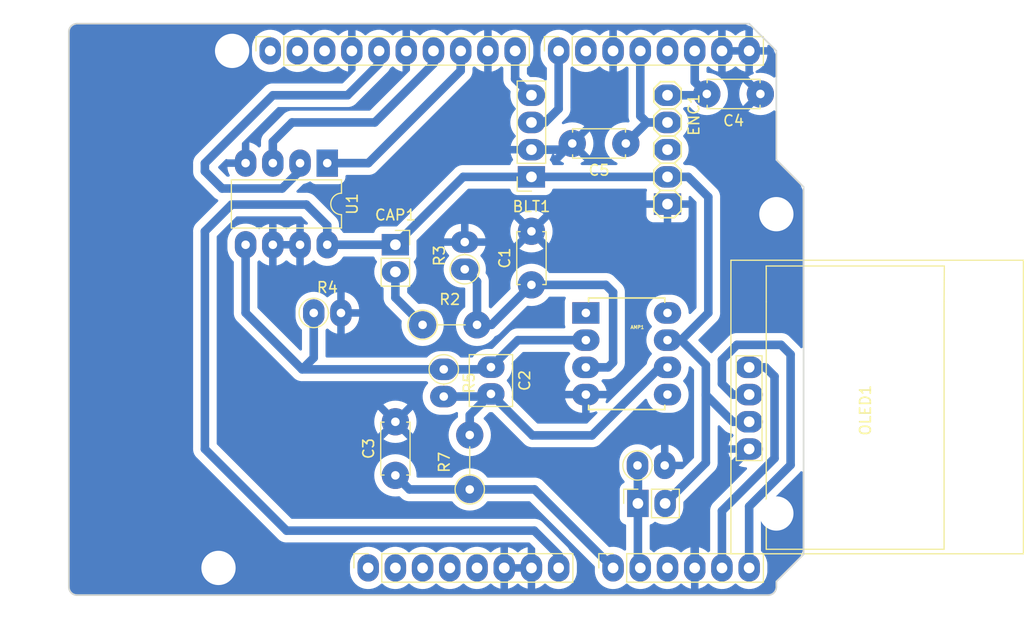
<source format=kicad_pcb>
(kicad_pcb (version 20221018) (generator pcbnew)
  (title_block (date "mar. 31 mars 2015"))
  (layers (0 "F.Cu" signal) (31 "B.Cu" signal) (34 "B.Paste" user) (35 "F.Paste" user) (36 "B.SilkS" user "B.Silkscreen") (37 "F.SilkS" user "F.Silkscreen") (38 "B.Mask" user) (39 "F.Mask" user) (44 "Edge.Cuts" user))
  (net 0 "")
  (net 1 "GND")
  (net 3 "+5V")
  (net 4 "/IOREF")
  (net 5 "/A0")
  (net 6 "/A1")
  (net 7 "/A2")
  (net 9 "/SDA{slash}A4")
  (net 10 "/SCL{slash}A5")
  (net 11 "/SCL{slash}A7")
  (net 12 "/AREF")
  (net 13 "/SDA{slash}A6")
  (net 14 "/D13")
  (net 15 "/D*11")
  (net 16 "/D*10")
  (net 17 "/D8")
  (net 18 "/D7")
  (net 20 "/D4")
  (net 21 "+3V3")
  (net 22 "VCC")
  (net 23 "/~{RESET}")
  (net 24 "/D2")
  (net 26 "Net-(AMP1-+IN)")
  (net 28 "Net-(AMP1-OUT)")
  (net 31 "Net-(CAP1-OUT)")
  (net 32 "/R2IN")
  (footprint "Connector_PinSocket_2.54mm:PinSocket_1x08_P2.54mm_Vertical" (layer "F.Cu") (at 127.94 97.46 90)
    (fp_text reference "J1" hide)
    (fp_text value "Power")
    (fp_line (start -1.33 1.27) (end -1.33 19.11) (stroke (width 0.12)) (layer "F.SilkS"))
    (fp_line (start -1.33 1.27) (end 1.33 1.27) (stroke (width 0.12)) (layer "F.SilkS"))
    (fp_line (start -1.33 19.11) (end 1.33 19.11) (stroke (width 0.12)) (layer "F.SilkS"))
    (fp_line (start 0 -1.33) (end 1.33 -1.33) (stroke (width 0.12)) (layer "F.SilkS"))
    (fp_line (start 1.33 -1.33) (end 1.33 0) (stroke (width 0.12)) (layer "F.SilkS"))
    (fp_line (start 1.33 1.27) (end 1.33 19.11) (stroke (width 0.12)) (layer "F.SilkS"))
    (pad "1" thru_hole oval locked (at 0 0 90) (size 2.54 2) (drill 1) (layers "*.Cu" "*.Mask"))
    (pad "2" thru_hole oval locked (at 0 2.54 90) (size 2.54 2) (drill 1) (layers "*.Cu" "*.Mask") (net 4 "/IOREF"))
    (pad "3" thru_hole oval locked (at 0 5.08 90) (size 2.54 2) (drill 1) (layers "*.Cu" "*.Mask") (net 23 "/~{RESET}"))
    (pad "4" thru_hole oval locked (at 0 7.62 90) (size 2.54 2) (drill 1) (layers "*.Cu" "*.Mask") (net 21 "+3V3"))
    (pad "5" thru_hole oval locked (at 0 10.16 90) (size 2.54 2) (drill 1) (layers "*.Cu" "*.Mask") (net 3 "+5V"))
    (pad "6" thru_hole oval locked (at 0 12.7 90) (size 2.54 2) (drill 1) (layers "*.Cu" "*.Mask") (net 1 "GND"))
    (pad "7" thru_hole oval locked (at 0 15.24 90) (size 2.54 2) (drill 1) (layers "*.Cu" "*.Mask") (net 1 "GND"))
    (pad "8" thru_hole oval locked (at 0 17.78 90) (size 2.54 2) (drill 1) (layers "*.Cu" "*.Mask") (net 22 "VCC"))
  )
  (footprint "Connector_PinSocket_2.54mm:PinSocket_1x06_P2.54mm_Vertical" (layer "F.Cu") (at 150.8 97.46 90)
    (fp_text reference "J3" hide)
    (fp_text value "Analog")
    (fp_line (start -1.33 1.27) (end -1.33 14.03) (stroke (width 0.12)) (layer "F.SilkS"))
    (fp_line (start -1.33 1.27) (end 1.33 1.27) (stroke (width 0.12)) (layer "F.SilkS"))
    (fp_line (start -1.33 14.03) (end 1.33 14.03) (stroke (width 0.12)) (layer "F.SilkS"))
    (fp_line (start 0 -1.33) (end 1.33 -1.33) (stroke (width 0.12)) (layer "F.SilkS"))
    (fp_line (start 1.33 -1.33) (end 1.33 0) (stroke (width 0.12)) (layer "F.SilkS"))
    (fp_line (start 1.33 1.27) (end 1.33 14.03) (stroke (width 0.12)) (layer "F.SilkS"))
    (pad "1" thru_hole oval locked (at 0 0 90) (size 2.54 2) (drill 1) (layers "*.Cu" "*.Mask") (net 5 "/A0"))
    (pad "2" thru_hole oval locked (at 0 2.54 90) (size 2.54 2) (drill 1) (layers "*.Cu" "*.Mask") (net 6 "/A1"))
    (pad "3" thru_hole oval locked (at 0 5.08 90) (size 2.54 2) (drill 1) (layers "*.Cu" "*.Mask") (net 7 "/A2"))
    (pad "4" thru_hole oval locked (at 0 7.62 90) (size 2.54 2) (drill 1) (layers "*.Cu" "*.Mask") (net 1 "GND"))
    (pad "5" thru_hole oval locked (at 0 10.16 90) (size 2.54 2) (drill 1) (layers "*.Cu" "*.Mask") (net 9 "/SDA{slash}A4"))
    (pad "6" thru_hole oval locked (at 0 12.7 90) (size 2.54 2) (drill 1) (layers "*.Cu" "*.Mask") (net 10 "/SCL{slash}A5"))
  )
  (footprint "Connector_PinSocket_2.54mm:PinSocket_1x10_P2.54mm_Vertical" (layer "F.Cu") (at 118.796 49.2 90)
    (fp_text reference "J2" hide)
    (fp_text value "Digital/PWM")
    (fp_line (start -1.33 1.27) (end -1.33 24.19) (stroke (width 0.12)) (layer "F.SilkS"))
    (fp_line (start -1.33 1.27) (end 1.33 1.27) (stroke (width 0.12)) (layer "F.SilkS"))
    (fp_line (start -1.33 24.19) (end 1.33 24.19) (stroke (width 0.12)) (layer "F.SilkS"))
    (fp_line (start 0 -1.33) (end 1.33 -1.33) (stroke (width 0.12)) (layer "F.SilkS"))
    (fp_line (start 1.33 -1.33) (end 1.33 0) (stroke (width 0.12)) (layer "F.SilkS"))
    (fp_line (start 1.33 1.27) (end 1.33 24.19) (stroke (width 0.12)) (layer "F.SilkS"))
    (pad "1" thru_hole oval locked (at 0 0 90) (size 2.54 2) (drill 1) (layers "*.Cu" "*.Mask") (net 11 "/SCL{slash}A7"))
    (pad "2" thru_hole oval locked (at 0 2.54 90) (size 2.54 2) (drill 1) (layers "*.Cu" "*.Mask") (net 13 "/SDA{slash}A6"))
    (pad "3" thru_hole oval locked (at 0 5.08 90) (size 2.54 2) (drill 1) (layers "*.Cu" "*.Mask") (net 12 "/AREF"))
    (pad "4" thru_hole oval locked (at 0 7.62 90) (size 2.54 2) (drill 1) (layers "*.Cu" "*.Mask") (net 1 "GND"))
    (pad "5" thru_hole oval locked (at 0 10.16 90) (size 2.54 2) (drill 1) (layers "*.Cu" "*.Mask") (net 14 "/D13"))
    (pad "6" thru_hole oval locked (at 0 12.7 90) (size 2.54 2) (drill 1) (layers "*.Cu" "*.Mask") (net 1 "GND"))
    (pad "7" thru_hole oval locked (at 0 15.24 90) (size 2.54 2) (drill 1) (layers "*.Cu" "*.Mask") (net 15 "/D*11"))
    (pad "8" thru_hole oval locked (at 0 17.78 90) (size 2.54 2) (drill 1) (layers "*.Cu" "*.Mask") (net 16 "/D*10"))
    (pad "9" thru_hole oval locked (at 0 20.32 90) (size 2.54 2) (drill 1) (layers "*.Cu" "*.Mask") (net 1 "GND"))
    (pad "10" thru_hole oval locked (at 0 22.86 90) (size 2.54 2) (drill 1) (layers "*.Cu" "*.Mask") (net 17 "/D8"))
  )
  (footprint "Connector_PinSocket_2.54mm:PinSocket_1x08_P2.54mm_Vertical" (layer "F.Cu") (at 145.72 49.2 90)
    (fp_text reference "J4" hide)
    (fp_text value "Digital/PWM")
    (fp_line (start -1.33 1.27) (end -1.33 19.11) (stroke (width 0.12)) (layer "F.SilkS"))
    (fp_line (start -1.33 1.27) (end 1.33 1.27) (stroke (width 0.12)) (layer "F.SilkS"))
    (fp_line (start -1.33 19.11) (end 1.33 19.11) (stroke (width 0.12)) (layer "F.SilkS"))
    (fp_line (start 0 -1.33) (end 1.33 -1.33) (stroke (width 0.12)) (layer "F.SilkS"))
    (fp_line (start 1.33 -1.33) (end 1.33 0) (stroke (width 0.12)) (layer "F.SilkS"))
    (fp_line (start 1.33 1.27) (end 1.33 19.11) (stroke (width 0.12)) (layer "F.SilkS"))
    (pad "1" thru_hole oval locked (at 0 0 90) (size 2.54 2) (drill 1) (layers "*.Cu" "*.Mask") (net 18 "/D7"))
    (pad "2" thru_hole oval locked (at 0 2.54 90) (size 2.54 2) (drill 1) (layers "*.Cu" "*.Mask"))
    (pad "3" thru_hole oval locked (at 0 5.08 90) (size 2.54 2) (drill 1) (layers "*.Cu" "*.Mask") (net 1 "GND"))
    (pad "4" thru_hole oval locked (at 0 7.62 90) (size 2.54 2) (drill 1) (layers "*.Cu" "*.Mask") (net 20 "/D4"))
    (pad "5" thru_hole oval locked (at 0 10.16 90) (size 2.54 2) (drill 1) (layers "*.Cu" "*.Mask"))
    (pad "6" thru_hole oval locked (at 0 12.7 90) (size 2.54 2) (drill 1) (layers "*.Cu" "*.Mask") (net 24 "/D2"))
    (pad "7" thru_hole oval locked (at 0 15.24 90) (size 2.54 2) (drill 1) (layers "*.Cu" "*.Mask") (net 1 "GND"))
    (pad "8" thru_hole oval locked (at 0 17.78 90) (size 2.54 2) (drill 1) (layers "*.Cu" "*.Mask") (net 1 "GND"))
  )
  (footprint "Resistor_THT:R_Axial_DIN0207_L6.3mm_D2.5mm_P2.54mm_Vertical" (layer "F.Cu") (at 134.995405 78.924052 -90)
    (fp_text reference "R5" (at 1.27 -2.37 90) (layer "F.SilkS"))
    (fp_text value "R")
    (fp_line (start 1.37 0) (end 1.44 0) (stroke (width 0.12)) (layer "F.SilkS"))
    (fp_circle (center 0 0) (end 1.37 0) (stroke (width 0.12)) (fill none) (layer "F.SilkS"))
    (pad "1" thru_hole oval (at 0 0 270) (size 2 2.54) (drill 0.8) (layers "*.Cu" "*.Mask") (net 32 "/R2IN"))
    (pad "2" thru_hole oval (at 2.54 0 270) (size 2 2.54) (drill 0.8) (layers "*.Cu" "*.Mask") (net 28 "Net-(AMP1-OUT)"))
  )
  (footprint "Capacitor_THT:C_Disc_D4.7mm_W2.5mm_P5.00mm" (layer "F.Cu") (at 143.18 71.04 90)
    (fp_text reference "C1" (at 2.5 -2.5 90) (layer "F.SilkS"))
    (fp_text value "C")
    (fp_line (start 0.03 -1.37) (end 0.03 -1.055) (stroke (width 0.12)) (layer "F.SilkS"))
    (fp_line (start 0.03 -1.37) (end 4.97 -1.37) (stroke (width 0.12)) (layer "F.SilkS"))
    (fp_line (start 0.03 1.055) (end 0.03 1.37) (stroke (width 0.12)) (layer "F.SilkS"))
    (fp_line (start 0.03 1.37) (end 4.97 1.37) (stroke (width 0.12)) (layer "F.SilkS"))
    (fp_line (start 4.97 -1.37) (end 4.97 -1.055) (stroke (width 0.12)) (layer "F.SilkS"))
    (fp_line (start 4.97 1.055) (end 4.97 1.37) (stroke (width 0.12)) (layer "F.SilkS"))
    (pad "1" thru_hole circle (at 0 0 90) (size 2.54 2.54) (drill 0.8) (layers "*.Cu" "*.Mask") (net 26 "Net-(AMP1-+IN)"))
    (pad "2" thru_hole circle (at 5 0 90) (size 2.54 2.54) (drill 0.8) (layers "*.Cu" "*.Mask") (net 1 "GND"))
  )
  (footprint "Connector_PinSocket_2.54mm:PinSocket_1x02_P2.54mm_Vertical" (layer "F.Cu") (at 130.48 67.29)
    (fp_text reference "CAP1" (at 0 -2.77) (layer "F.SilkS"))
    (fp_text value "Capteur Graphite" hide)
    (fp_line (start -1.33 1.27) (end -1.33 3.87) (stroke (width 0.12)) (layer "F.SilkS"))
    (fp_line (start -1.33 1.27) (end 1.33 1.27) (stroke (width 0.12)) (layer "F.SilkS"))
    (fp_line (start -1.33 3.87) (end 1.33 3.87) (stroke (width 0.12)) (layer "F.SilkS"))
    (fp_line (start 0 -1.33) (end 1.33 -1.33) (stroke (width 0.12)) (layer "F.SilkS"))
    (fp_line (start 1.33 -1.33) (end 1.33 0) (stroke (width 0.12)) (layer "F.SilkS"))
    (fp_line (start 1.33 1.27) (end 1.33 3.87) (stroke (width 0.12)) (layer "F.SilkS"))
    (pad "1" thru_hole rect (at 0 0) (size 2.54 2) (drill 1) (layers "*.Cu" "*.Mask") (net 22 "VCC"))
    (pad "2" thru_hole oval (at 0 2.54) (size 2.54 2) (drill 1) (layers "*.Cu" "*.Mask") (net 31 "Net-(CAP1-OUT)"))
  )
  (footprint "Resistor_THT:R_Axial_DIN0207_L6.3mm_D2.5mm_P2.54mm_Vertical" (layer "F.Cu") (at 122.86 73.66)
    (fp_text reference "R4" (at 1.27 -2.37) (layer "F.SilkS"))
    (fp_text value "R")
    (fp_line (start 1.37 0) (end 1.44 0) (stroke (width 0.12)) (layer "F.SilkS"))
    (fp_circle (center 0 0) (end 1.37 0) (stroke (width 0.12)) (fill none) (layer "F.SilkS"))
    (pad "1" thru_hole oval (at 0 0) (size 2 2.54) (drill 0.8) (layers "*.Cu" "*.Mask") (net 32 "/R2IN"))
    (pad "2" thru_hole oval (at 2.54 0) (size 2 2.54) (drill 0.8) (layers "*.Cu" "*.Mask") (net 1 "GND"))
  )
  (footprint "Resistor_THT:R_Axial_DIN0207_L6.3mm_D2.5mm_P2.54mm_Vertical" (layer "F.Cu") (at 136.955 69.585 90)
    (fp_text reference "R3" (at 1.27 -2.37 90) (layer "F.SilkS"))
    (fp_text value "R")
    (fp_line (start 1.37 0) (end 1.44 0) (stroke (width 0.12)) (layer "F.SilkS"))
    (fp_circle (center 0 0) (end 1.37 0) (stroke (width 0.12)) (fill none) (layer "F.SilkS"))
    (pad "1" thru_hole oval (at 0 0 90) (size 2 2.54) (drill 0.8) (layers "*.Cu" "*.Mask") (net 26 "Net-(AMP1-+IN)"))
    (pad "2" thru_hole oval (at 2.54 0 90) (size 2 2.54) (drill 0.8) (layers "*.Cu" "*.Mask") (net 1 "GND"))
  )
  (footprint "Resistor_THT:R_Axial_DIN0207_L6.3mm_D2.5mm_P5.08mm_Vertical" (layer "F.Cu") (at 133.02 74.770609)
    (fp_text reference "R2" (at 2.54 -2.37) (layer "F.SilkS"))
    (fp_text value "R")
    (fp_line (start 1.37 0) (end 3.98 0) (stroke (width 0.12)) (layer "F.SilkS"))
    (fp_circle (center 0 0) (end 1.37 0) (stroke (width 0.12)) (fill none) (layer "F.SilkS"))
    (pad "1" thru_hole circle (at 0 0) (size 2.54 2.54) (drill 0.8) (layers "*.Cu" "*.Mask") (net 31 "Net-(CAP1-OUT)"))
    (pad "2" thru_hole circle (at 5.08 0) (size 2.54 2.54) (drill 0.8) (layers "*.Cu" "*.Mask") (net 26 "Net-(AMP1-+IN)"))
  )
  (footprint "Capacitor_THT:C_Disc_D4.7mm_W2.5mm_P5.00mm" (layer "F.Cu") (at 151.989937 57.840833 180)
    (fp_text reference "C5" (at 2.5 -2.5) (layer "F.SilkS"))
    (fp_text value "C")
    (fp_line (start 0.03 -1.37) (end 0.03 -1.055) (stroke (width 0.12)) (layer "F.SilkS"))
    (fp_line (start 0.03 -1.37) (end 4.97 -1.37) (stroke (width 0.12)) (layer "F.SilkS"))
    (fp_line (start 0.03 1.055) (end 0.03 1.37) (stroke (width 0.12)) (layer "F.SilkS"))
    (fp_line (start 0.03 1.37) (end 4.97 1.37) (stroke (width 0.12)) (layer "F.SilkS"))
    (fp_line (start 4.97 -1.37) (end 4.97 -1.055) (stroke (width 0.12)) (layer "F.SilkS"))
    (fp_line (start 4.97 1.055) (end 4.97 1.37) (stroke (width 0.12)) (layer "F.SilkS"))
    (pad "1" thru_hole circle (at 0 0 180) (size 2.54 2.54) (drill 0.8) (layers "*.Cu" "*.Mask") (net 20 "/D4"))
    (pad "2" thru_hole circle (at 5 0 180) (size 2.54 2.54) (drill 0.8) (layers "*.Cu" "*.Mask") (net 1 "GND"))
  )
  (footprint "Arduino_MountingHole:MountingHole_3.2mm" (layer "F.Cu") (at 115.24 49.2)
    (fp_text reference "MH1" hide)
    (fp_text value "MountingHole_3.2mm" hide)
    (pad "" np_thru_hole circle locked (at 0 0) (size 3.2 3.2) (drill 3.2) (layers "*.Cu" "*.Mask"))
  )
  (footprint "Capacitor_THT:C_Disc_D4.7mm_W2.5mm_P5.00mm" (layer "F.Cu") (at 164.549539 53.221076 180)
    (fp_text reference "C4" (at 2.5 -2.5) (layer "F.SilkS"))
    (fp_text value "C")
    (fp_line (start 0.03 -1.37) (end 0.03 -1.055) (stroke (width 0.12)) (layer "F.SilkS"))
    (fp_line (start 0.03 -1.37) (end 4.97 -1.37) (stroke (width 0.12)) (layer "F.SilkS"))
    (fp_line (start 0.03 1.055) (end 0.03 1.37) (stroke (width 0.12)) (layer "F.SilkS"))
    (fp_line (start 0.03 1.37) (end 4.97 1.37) (stroke (width 0.12)) (layer "F.SilkS"))
    (fp_line (start 4.97 -1.37) (end 4.97 -1.055) (stroke (width 0.12)) (layer "F.SilkS"))
    (fp_line (start 4.97 1.055) (end 4.97 1.37) (stroke (width 0.12)) (layer "F.SilkS"))
    (pad "1" thru_hole circle (at 0 0 180) (size 2.54 2.54) (drill 0.8) (layers "*.Cu" "*.Mask") (net 1 "GND"))
    (pad "2" thru_hole circle (at 5 0 180) (size 2.54 2.54) (drill 0.8) (layers "*.Cu" "*.Mask") (net 24 "/D2"))
  )
  (footprint "Capteurs:KY-040-PORT" (layer "F.Cu") (at 155.88 59.69 -90)
    (fp_text reference "ENC1" (at -4.5212 -2.4638 90) (layer "F.SilkS"))
    (fp_text value "KY-040")
    (fp_line (start -7.62 -0.635) (end -7.62 0.635) (stroke (width 0.1524)) (layer "F.SilkS"))
    (fp_line (start -7.62 0.635) (end -6.985 1.27) (stroke (width 0.1524)) (layer "F.SilkS"))
    (fp_line (start -6.985 -1.27) (end -7.62 -0.635) (stroke (width 0.1524)) (layer "F.SilkS"))
    (fp_line (start -6.985 -1.27) (end -5.715 -1.27) (stroke (width 0.1524)) (layer "F.SilkS"))
    (fp_line (start -5.715 -1.27) (end -5.08 -0.635) (stroke (width 0.1524)) (layer "F.SilkS"))
    (fp_line (start -5.715 1.27) (end -6.985 1.27) (stroke (width 0.1524)) (layer "F.SilkS"))
    (fp_line (start -5.08 -0.635) (end -5.08 0.635) (stroke (width 0.1524)) (layer "F.SilkS"))
    (fp_line (start -5.08 -0.635) (end -4.445 -1.27) (stroke (width 0.1524)) (layer "F.SilkS"))
    (fp_line (start -5.08 0.635) (end -5.715 1.27) (stroke (width 0.1524)) (layer "F.SilkS"))
    (fp_line (start -4.445 -1.27) (end -3.175 -1.27) (stroke (width 0.1524)) (layer "F.SilkS"))
    (fp_line (start -4.445 1.27) (end -5.08 0.635) (stroke (width 0.1524)) (layer "F.SilkS"))
    (fp_line (start -3.175 -1.27) (end -2.54 -0.635) (stroke (width 0.1524)) (layer "F.SilkS"))
    (fp_line (start -3.175 1.27) (end -4.445 1.27) (stroke (width 0.1524)) (layer "F.SilkS"))
    (fp_line (start -2.54 -0.635) (end -2.54 0.635) (stroke (width 0.1524)) (layer "F.SilkS"))
    (fp_line (start -2.54 -0.635) (end -1.905 -1.27) (stroke (width 0.1524)) (layer "F.SilkS"))
    (fp_line (start -2.54 0.635) (end -3.175 1.27) (stroke (width 0.1524)) (layer "F.SilkS"))
    (fp_line (start -1.905 -1.27) (end -0.635 -1.27) (stroke (width 0.1524)) (layer "F.SilkS"))
    (fp_line (start -1.905 1.27) (end -2.54 0.635) (stroke (width 0.1524)) (layer "F.SilkS"))
    (fp_line (start -0.635 -1.27) (end 0 -0.635) (stroke (width 0.1524)) (layer "F.SilkS"))
    (fp_line (start -0.635 1.27) (end -1.905 1.27) (stroke (width 0.1524)) (layer "F.SilkS"))
    (fp_line (start 0 -0.635) (end 0 0.635) (stroke (width 0.1524)) (layer "F.SilkS"))
    (fp_line (start 0 0.635) (end -0.635 1.27) (stroke (width 0.1524)) (layer "F.SilkS"))
    (fp_line (start 0 0.635) (end 0.635 1.27) (stroke (width 0.1524)) (layer "F.SilkS"))
    (fp_line (start 0.635 -1.27) (end 0 -0.635) (stroke (width 0.1524)) (layer "F.SilkS"))
    (fp_line (start 0.635 -1.27) (end 1.905 -1.27) (stroke (width 0.1524)) (layer "F.SilkS"))
    (fp_line (start 1.905 -1.27) (end 2.54 -0.635) (stroke (width 0.1524)) (layer "F.SilkS"))
    (fp_line (start 1.905 1.27) (end 0.635 1.27) (stroke (width 0.1524)) (layer "F.SilkS"))
    (fp_line (start 2.54 -0.635) (end 2.54 0.635) (stroke (width 0.1524)) (layer "F.SilkS"))
    (fp_line (start 2.54 -0.635) (end 3.175 -1.27) (stroke (width 0.1524)) (layer "F.SilkS"))
    (fp_line (start 2.54 0.635) (end 1.905 1.27) (stroke (width 0.1524)) (layer "F.SilkS"))
    (fp_line (start 3.175 -1.27) (end 4.445 -1.27) (stroke (width 0.1524)) (layer "F.SilkS"))
    (fp_line (start 3.175 1.27) (end 2.54 0.635) (stroke (width 0.1524)) (layer "F.SilkS"))
    (fp_line (start 4.445 -1.27) (end 5.08 -0.635) (stroke (width 0.1524)) (layer "F.SilkS"))
    (fp_line (start 4.445 1.27) (end 3.175 1.27) (stroke (width 0.1524)) (layer "F.SilkS"))
    (fp_line (start 5.08 -0.635) (end 5.08 0.635) (stroke (width 0.1524)) (layer "F.SilkS"))
    (fp_line (start 5.08 0.635) (end 4.445 1.27) (stroke (width 0.1524)) (layer "F.SilkS"))
    (pad "CLK" thru_hole oval (at -6.35 0 270) (size 2 2.54) (drill 1) (layers "*.Cu" "*.Mask") (net 24 "/D2"))
    (pad "DT" thru_hole oval (at -3.81 0 270) (size 2 2.54) (drill 1) (layers "*.Cu" "*.Mask") (net 20 "/D4"))
    (pad "GND" thru_hole rect (at 3.81 0 270) (size 2 2.54) (drill 1) (layers "*.Cu" "*.Mask") (net 1 "GND"))
    (pad "SW" thru_hole oval (at -1.27 0 270) (size 2 2.54) (drill 1) (layers "*.Cu" "*.Mask"))
    (pad "VCC" thru_hole oval (at 1.27 0 270) (size 2 2.54) (drill 1) (layers "*.Cu" "*.Mask") (net 22 "VCC"))
  )
  (footprint "Package_DIP:DIP-8_W7.62mm_LongPads" (layer "F.Cu") (at 124.12 59.675 -90)
    (fp_text reference "U1" (at 3.81 -2.33 90) (layer "F.SilkS"))
    (fp_text value "MCP41100")
    (fp_line (start 1.56 -1.33) (end 1.56 8.95) (stroke (width 0.12)) (layer "F.SilkS"))
    (fp_line (start 1.56 8.95) (end 6.06 8.95) (stroke (width 0.12)) (layer "F.SilkS"))
    (fp_line (start 2.81 -1.33) (end 1.56 -1.33) (stroke (width 0.12)) (layer "F.SilkS"))
    (fp_line (start 6.06 -1.33) (end 4.81 -1.33) (stroke (width 0.12)) (layer "F.SilkS"))
    (fp_line (start 6.06 8.95) (end 6.06 -1.33) (stroke (width 0.12)) (layer "F.SilkS"))
    (fp_arc (start 4.81 -1.33) (mid 3.81 -0.33) (end 2.81 -1.33) (stroke (width 0.12)) (layer "F.SilkS"))
    (pad "1" thru_hole rect (at 0 0 270) (size 2.54 2) (drill 0.8) (layers "*.Cu" "*.Mask") (net 16 "/D*10"))
    (pad "2" thru_hole oval (at 0 2.54 270) (size 2.54 2) (drill 0.8) (layers "*.Cu" "*.Mask") (net 14 "/D13"))
    (pad "3" thru_hole oval (at 0 5.08 270) (size 2.54 2) (drill 0.8) (layers "*.Cu" "*.Mask") (net 15 "/D*11"))
    (pad "4" thru_hole oval (at 0 7.62 270) (size 2.54 2) (drill 0.8) (layers "*.Cu" "*.Mask") (net 1 "GND"))
    (pad "5" thru_hole oval (at 7.62 7.62 270) (size 2.54 2) (drill 0.8) (layers "*.Cu" "*.Mask") (net 32 "/R2IN"))
    (pad "6" thru_hole oval (at 7.62 5.08 270) (size 2.54 2) (drill 0.8) (layers "*.Cu" "*.Mask") (net 1 "GND"))
    (pad "7" thru_hole oval (at 7.62 2.54 270) (size 2.54 2) (drill 0.8) (layers "*.Cu" "*.Mask") (net 1 "GND"))
    (pad "8" thru_hole oval (at 7.62 0 270) (size 2.54 2) (drill 0.8) (layers "*.Cu" "*.Mask") (net 22 "VCC"))
  )
  (footprint "Capacitor_THT:C_Rect_L4.6mm_W3.8mm_P2.50mm_MKS02_FKP02" (layer "F.Cu") (at 139.399079 78.719052 -90)
    (fp_text reference "C2" (at 1.25 -3.15 90) (layer "F.SilkS"))
    (fp_text value "C")
    (fp_line (start -1.17 -2.02) (end -1.17 2.02) (stroke (width 0.12)) (layer "F.SilkS"))
    (fp_line (start -1.17 -2.02) (end 3.67 -2.02) (stroke (width 0.12)) (layer "F.SilkS"))
    (fp_line (start -1.17 2.02) (end 3.67 2.02) (stroke (width 0.12)) (layer "F.SilkS"))
    (fp_line (start 3.67 -2.02) (end 3.67 2.02) (stroke (width 0.12)) (layer "F.SilkS"))
    (pad "1" thru_hole oval (at 0 0 270) (size 2 2.54) (drill 0.8) (layers "*.Cu" "*.Mask") (net 32 "/R2IN"))
    (pad "2" thru_hole oval (at 2.5 0 270) (size 2 2.54) (drill 0.8) (layers "*.Cu" "*.Mask") (net 28 "Net-(AMP1-OUT)"))
  )
  (footprint "Connector_PinSocket_2.54mm:PinSocket_1x04_P2.54mm_Vertical" (layer "F.Cu") (at 143.18 60.96 180)
    (fp_text reference "BLT1" (at 0 -2.77) (layer "F.SilkS"))
    (fp_text value "~")
    (fp_line (start -1.33 1.27) (end -1.33 8.95) (stroke (width 0.12)) (layer "F.SilkS"))
    (fp_line (start -1.33 1.27) (end 1.33 1.27) (stroke (width 0.12)) (layer "F.SilkS"))
    (fp_line (start -1.33 8.95) (end 1.33 8.95) (stroke (width 0.12)) (layer "F.SilkS"))
    (fp_line (start 0 -1.33) (end 1.33 -1.33) (stroke (width 0.12)) (layer "F.SilkS"))
    (fp_line (start 1.33 -1.33) (end 1.33 0) (stroke (width 0.12)) (layer "F.SilkS"))
    (fp_line (start 1.33 1.27) (end 1.33 8.95) (stroke (width 0.12)) (layer "F.SilkS"))
    (pad "1" thru_hole rect (at 0 0 180) (size 2.54 2) (drill 1) (layers "*.Cu" "*.Mask") (net 22 "VCC"))
    (pad "2" thru_hole oval (at 0 2.54 180) (size 2.54 2) (drill 1) (layers "*.Cu" "*.Mask") (net 1 "GND"))
    (pad "3" thru_hole oval (at 0 5.08 180) (size 2.54 2) (drill 1) (layers "*.Cu" "*.Mask") (net 18 "/D7"))
    (pad "4" thru_hole oval (at 0 7.62 180) (size 2.54 2) (drill 1) (layers "*.Cu" "*.Mask") (net 17 "/D8"))
  )
  (footprint "Capacitor_THT:C_Disc_D4.7mm_W2.5mm_P5.00mm" (layer "F.Cu") (at 130.48 88.82 90)
    (fp_text reference "C3" (at 2.5 -2.5 90) (layer "F.SilkS"))
    (fp_text value "C" hide)
    (fp_line (start 0.03 -1.37) (end 0.03 -1.055) (stroke (width 0.12)) (layer "F.SilkS"))
    (fp_line (start 0.03 -1.37) (end 4.97 -1.37) (stroke (width 0.12)) (layer "F.SilkS"))
    (fp_line (start 0.03 1.055) (end 0.03 1.37) (stroke (width 0.12)) (layer "F.SilkS"))
    (fp_line (start 0.03 1.37) (end 4.97 1.37) (stroke (width 0.12)) (layer "F.SilkS"))
    (fp_line (start 4.97 -1.37) (end 4.97 -1.055) (stroke (width 0.12)) (layer "F.SilkS"))
    (fp_line (start 4.97 1.055) (end 4.97 1.37) (stroke (width 0.12)) (layer "F.SilkS"))
    (pad "1" thru_hole circle (at 0 0 90) (size 2.54 2.54) (drill 0.8) (layers "*.Cu" "*.Mask") (net 5 "/A0"))
    (pad "2" thru_hole circle (at 5 0 90) (size 2.54 2.54) (drill 0.8) (layers "*.Cu" "*.Mask") (net 1 "GND"))
  )
  (footprint "Resistor_THT:R_Axial_DIN0207_L6.3mm_D2.5mm_P5.08mm_Vertical" (layer "F.Cu") (at 137.420169 90.133402 90)
    (fp_text reference "R7" (at 2.54 -2.37 90) (layer "F.SilkS"))
    (fp_text value "R")
    (fp_line (start 1.37 0) (end 3.98 0) (stroke (width 0.12)) (layer "F.SilkS"))
    (fp_circle (center 0 0) (end 1.37 0) (stroke (width 0.12)) (fill none) (layer "F.SilkS"))
    (pad "1" thru_hole circle (at 0 0 90) (size 2.54 2.54) (drill 0.8) (layers "*.Cu" "*.Mask") (net 5 "/A0"))
    (pad "2" thru_hole circle (at 5.08 0 90) (size 2.54 2.54) (drill 0.8) (layers "*.Cu" "*.Mask") (net 28 "Net-(AMP1-OUT)"))
  )
  (footprint "Capteurs:PDIP-8_N" (layer "F.Cu") (at 155.88 81.28)
    (fp_text reference "AMP1" (at -2.820116 -6.287338) (layer "F.SilkS") (effects (font (size 0.314961 0.314961))))
    (fp_text value "LTC1050ACN8_PBF")
    (fp_line (start -7.366 -9.017) (end -7.366 -8.6614) (stroke (width 0.1524)) (layer "F.SilkS"))
    (fp_line (start -7.366 0.9906) (end -7.366 1.397) (stroke (width 0.1524)) (layer "F.SilkS"))
    (fp_line (start -7.366 1.397) (end -0.254 1.397) (stroke (width 0.1524)) (layer "F.SilkS"))
    (fp_line (start -0.254 -9.017) (end -7.366 -9.017) (stroke (width 0.1524)) (layer "F.SilkS"))
    (fp_line (start -0.254 -8.6106) (end -0.254 -9.017) (stroke (width 0.1524)) (layer "F.SilkS"))
    (fp_line (start -0.254 1.397) (end -0.254 0.9906) (stroke (width 0.1524)) (layer "F.SilkS"))
    (pad "1" thru_hole rect (at -7.62 -7.62) (size 2.54 2) (drill 0.8) (layers "*.Cu" "*.Mask"))
    (pad "2" thru_hole oval (at -7.62 -5.08) (size 2.54 2) (drill 0.8) (layers "*.Cu" "*.Mask") (net 32 "/R2IN"))
    (pad "3" thru_hole oval (at -7.62 -2.54) (size 2.54 2) (drill 0.8) (layers "*.Cu" "*.Mask") (net 26 "Net-(AMP1-+IN)"))
    (pad "4" thru_hole oval (at -7.62 0) (size 2.54 2) (drill 0.8) (layers "*.Cu" "*.Mask") (net 1 "GND"))
    (pad "5" thru_hole oval (at 0 0) (size 2.54 2) (drill 0.8) (layers "*.Cu" "*.Mask"))
    (pad "6" thru_hole oval (at 0 -2.54) (size 2.54 2) (drill 0.8) (layers "*.Cu" "*.Mask") (net 28 "Net-(AMP1-OUT)"))
    (pad "7" thru_hole oval (at 0 -5.08) (size 2.54 2) (drill 0.8) (layers "*.Cu" "*.Mask") (net 22 "VCC"))
    (pad "8" thru_hole oval (at 0 -7.62) (size 2.54 2) (drill 0.8) (layers "*.Cu" "*.Mask"))
  )
  (footprint "Arduino_MountingHole:MountingHole_3.2mm" (layer "F.Cu") (at 113.97 97.46)
    (fp_text reference "MH2" hide)
    (fp_text value "MountingHole_3.2mm" hide)
    (pad "" np_thru_hole circle locked (at 0 0) (size 3.2 3.2) (drill 3.2) (layers "*.Cu" "*.Mask"))
  )
  (footprint "Connector_PinSocket_2.54mm:PinSocket_1x02_P2.54mm_Vertical" (layer "F.Cu") (at 153.117388 91.440521 90)
    (fp_text reference "FLEX1" hide)
    (fp_text value "~")
    (fp_line (start -1.33 1.27) (end -1.33 3.87) (stroke (width 0.12)) (layer "F.SilkS"))
    (fp_line (start -1.33 1.27) (end 1.33 1.27) (stroke (width 0.12)) (layer "F.SilkS"))
    (fp_line (start -1.33 3.87) (end 1.33 3.87) (stroke (width 0.12)) (layer "F.SilkS"))
    (fp_line (start 0 -1.33) (end 1.33 -1.33) (stroke (width 0.12)) (layer "F.SilkS"))
    (fp_line (start 1.33 -1.33) (end 1.33 0) (stroke (width 0.12)) (layer "F.SilkS"))
    (fp_line (start 1.33 1.27) (end 1.33 3.87) (stroke (width 0.12)) (layer "F.SilkS"))
    (pad "1" thru_hole rect (at 0 0 90) (size 2.54 2) (drill 1) (layers "*.Cu" "*.Mask") (net 6 "/A1"))
    (pad "2" thru_hole oval (at 0 2.54 90) (size 2.54 2) (drill 1) (layers "*.Cu" "*.Mask") (net 22 "VCC"))
  )
  (footprint "Arduino_MountingHole:MountingHole_3.2mm" (layer "F.Cu") (at 166.04 64.44)
    (fp_text reference "MH3" hide)
    (fp_text value "MountingHole_3.2mm" hide)
    (pad "" np_thru_hole circle locked (at 0 0) (size 3.2 3.2) (drill 3.2) (layers "*.Cu" "*.Mask"))
  )
  (footprint "Resistor_THT:R_Axial_DIN0207_L6.3mm_D2.5mm_P2.54mm_Vertical" (layer "F.Cu") (at 153.080147 87.89352)
    (fp_text reference "R1" hide)
    (fp_text value "R")
    (fp_line (start 1.37 0) (end 1.44 0) (stroke (width 0.12)) (layer "F.SilkS"))
    (fp_circle (center 0 0) (end 1.37 0) (stroke (width 0.12)) (fill none) (layer "F.SilkS"))
    (pad "1" thru_hole oval (at 0 0) (size 2 2.54) (drill 0.8) (layers "*.Cu" "*.Mask") (net 6 "/A1"))
    (pad "2" thru_hole oval (at 2.54 0) (size 2 2.54) (drill 0.8) (layers "*.Cu" "*.Mask") (net 1 "GND"))
  )
  (footprint "Arduino_MountingHole:MountingHole_3.2mm" (layer "F.Cu") (at 166.04 92.38)
    (fp_text reference "MH4" hide)
    (fp_text value "MountingHole_3.2mm" hide)
    (pad "" np_thru_hole circle locked (at 0 0) (size 3.2 3.2) (drill 3.2) (layers "*.Cu" "*.Mask"))
  )
  (footprint "Capteurs:128x64OLED" (layer "F.Cu") (at 174.1 82.74 90)
    (fp_text reference "OLED1" (at 0 0.254 90) (layer "F.SilkS"))
    (fp_text value "SSD1306")
    (fp_line (start -13.4 -12.3) (end 14 -12.3) (stroke (width 0.12)) (layer "F.SilkS"))
    (fp_line (start -13.4 15) (end -13.4 -12.3) (stroke (width 0.12)) (layer "F.SilkS"))
    (fp_line (start -12.978 -9.005) (end 10.122 -9.005) (stroke (width 0.12)) (layer "F.SilkS"))
    (fp_line (start -12.978 7.595) (end -12.978 -9.005) (stroke (width 0.12)) (layer "F.SilkS"))
    (fp_line (start -4.699 -11.811) (end -4.699 -9.398) (stroke (width 0.12)) (layer "F.SilkS"))
    (fp_line (start -4.699 -11.811) (end 5.08 -11.811) (stroke (width 0.12)) (layer "F.SilkS"))
    (fp_line (start 5.08 -11.811) (end 5.08 -9.398) (stroke (width 0.12)) (layer "F.SilkS"))
    (fp_line (start 5.08 -9.398) (end -4.699 -9.398) (stroke (width 0.12)) (layer "F.SilkS"))
    (fp_line (start 10.122 -9.005) (end 13.208 -9.005) (stroke (width 0.12)) (layer "F.SilkS"))
    (fp_line (start 10.122 7.595) (end -12.978 7.595) (stroke (width 0.12)) (layer "F.SilkS"))
    (fp_line (start 10.122 7.595) (end 13.462 7.62) (stroke (width 0.12)) (layer "F.SilkS"))
    (fp_line (start 13.462 -9.017) (end 13.208 -9.005) (stroke (width 0.12)) (layer "F.SilkS"))
    (fp_line (start 13.462 7.62) (end 13.462 -9.017) (stroke (width 0.12)) (layer "F.SilkS"))
    (fp_line (start 14 -12.3) (end 14 15) (stroke (width 0.12)) (layer "F.SilkS"))
    (fp_line (start 14 15) (end -13.4 15) (stroke (width 0.12)) (layer "F.SilkS"))
    (pad "1" thru_hole oval (at -3.62 -10.6 180) (size 2.54 2) (drill 1) (layers "*.Cu" "*.Mask") (net 1 "GND"))
    (pad "2" thru_hole oval (at -1.08 -10.6 180) (size 2.54 2) (drill 1) (layers "*.Cu" "*.Mask") (net 22 "VCC"))
    (pad "3" thru_hole oval (at 1.46 -10.6 180) (size 2.54 2) (drill 1) (layers "*.Cu" "*.Mask") (net 10 "/SCL{slash}A5"))
    (pad "4" thru_hole oval (at 4 -10.6 180) (size 2.54 2) (drill 1) (layers "*.Cu" "*.Mask") (net 9 "/SDA{slash}A4"))
  )
  (gr_line (start 166.04 59.36) (end 168.58 61.9) (stroke (width 0.15)) (layer "Edge.Cuts"))
  (gr_line (start 100 99.238) (end 100 47.422) (stroke (width 0.15)) (layer "Edge.Cuts"))
  (gr_line (start 168.58 61.9) (end 168.58 96.19) (stroke (width 0.15)) (layer "Edge.Cuts"))
  (gr_line (start 165.278 100) (end 100.762 100) (stroke (width 0.15)) (layer "Edge.Cuts"))
  (gr_line (start 100.762 46.66) (end 163.5 46.66) (stroke (width 0.15)) (layer "Edge.Cuts"))
  (gr_arc (start 100.762 100) (mid 100.223185 99.776815) (end 100 99.238) (stroke (width 0.15)) (layer "Edge.Cuts"))
  (gr_line (start 168.58 96.19) (end 166.04 98.73) (stroke (width 0.15)) (layer "Edge.Cuts"))
  (gr_line (start 163.5 46.66) (end 166.04 49.2) (stroke (width 0.15)) (layer "Edge.Cuts"))
  (gr_arc (start 166.04 99.238) (mid 165.816815 99.776815) (end 165.278 100) (stroke (width 0.15)) (layer "Edge.Cuts"))
  (gr_line (start 166.04 49.2) (end 166.04 59.36) (stroke (width 0.15)) (layer "Edge.Cuts"))
  (gr_line (start 166.04 98.73) (end 166.04 99.238) (stroke (width 0.15)) (layer "Edge.Cuts"))
  (gr_arc (start 100 47.422) (mid 100.223185 46.883185) (end 100.762 46.66) (stroke (width 0.15)) (layer "Edge.Cuts"))
  (segment (start 146.41077 58.42) (end 143.18 58.42) (width 0.8) (layer "B.Cu") (net 1))
  (segment (start 146.989937 57.840833) (end 146.41077 58.42) (width 0.8) (layer "B.Cu") (net 1))
  (segment (start 155.620147 87.89352) (end 155.88 87.633667) (width 0.8) (layer "B.Cu") (net 1))
  (segment (start 163.5 86.36) (end 158.42 91.44) (width 0.8) (layer "B.Cu") (net 1))
  (segment (start 158.42 91.44) (end 158.42 97.46) (width 0.8) (layer "B.Cu") (net 1))
  (segment (start 131.793402 90.133402) (end 130.48 88.82) (width 0.8) (layer "B.Cu") (net 5))
  (segment (start 137.420169 90.133402) (end 143.473402 90.133402) (width 0.8) (layer "B.Cu") (net 5))
  (segment (start 143.473402 90.133402) (end 150.8 97.46) (width 0.8) (layer "B.Cu") (net 5))
  (segment (start 137.420169 90.133402) (end 131.793402 90.133402) (width 0.8) (layer "B.Cu") (net 5))
  (segment (start 153.117388 91.440521) (end 153.117388 97.237388) (width 0.8) (layer "B.Cu") (net 6))
  (segment (start 153.117388 91.440521) (end 153.117388 87.930761) (width 0.8) (layer "B.Cu") (net 6))
  (segment (start 153.117388 87.930761) (end 153.080147 87.89352) (width 0.8) (layer "B.Cu") (net 6))
  (segment (start 153.117388 97.237388) (end 153.34 97.46) (width 0.8) (layer "B.Cu") (net 6))
  (segment (start 165.87 79.58) (end 165.03 78.74) (width 0.8) (layer "B.Cu") (net 9))
  (segment (start 165.03 78.74) (end 163.5 78.74) (width 0.8) (layer "B.Cu") (net 9))
  (segment (start 165.87 87.229848) (end 165.87 79.58) (width 0.8) (layer "B.Cu") (net 9))
  (segment (start 160.96 92.139848) (end 165.87 87.229848) (width 0.8) (layer "B.Cu") (net 9))
  (segment (start 160.96 97.46) (end 160.96 92.139848) (width 0.8) (layer "B.Cu") (net 9))
  (segment (start 163.5 97.46) (end 163.5 91.721168) (width 0.8) (layer "B.Cu") (net 10))
  (segment (start 167.37 87.851168) (end 167.37 77.53) (width 0.8) (layer "B.Cu") (net 10))
  (segment (start 166.48 76.64) (end 162.360152 76.64) (width 0.8) (layer "B.Cu") (net 10))
  (segment (start 161.97 81.28) (end 163.5 81.28) (width 0.8) (layer "B.Cu") (net 10))
  (segment (start 160.96 80.27) (end 161.97 81.28) (width 0.8) (layer "B.Cu") (net 10))
  (segment (start 167.37 77.53) (end 166.48 76.64) (width 0.8) (layer "B.Cu") (net 10))
  (segment (start 160.96 78.040152) (end 160.96 80.27) (width 0.8) (layer "B.Cu") (net 10))
  (segment (start 162.360152 76.64) (end 160.96 78.040152) (width 0.8) (layer "B.Cu") (net 10))
  (segment (start 163.5 91.721168) (end 167.37 87.851168) (width 0.8) (layer "B.Cu") (net 10))
  (segment (start 128.956 50.402081) (end 128.956 49.2) (width 0.8) (layer "B.Cu") (net 14))
  (segment (start 121.58 59.675) (end 121.58 60.374848) (width 0.8) (layer "B.Cu") (net 14))
  (segment (start 126.018081 53.34) (end 128.956 50.402081) (width 0.8) (layer "B.Cu") (net 14))
  (segment (start 119.05 53.34) (end 126.018081 53.34) (width 0.8) (layer "B.Cu") (net 14))
  (segment (start 112.7 59.69) (end 119.05 53.34) (width 0.8) (layer "B.Cu") (net 14))
  (segment (start 119.909848 62.045) (end 114.304705 62.045) (width 0.8) (layer "B.Cu") (net 14))
  (segment (start 121.58 60.374848) (end 119.909848 62.045) (width 0.8) (layer "B.Cu") (net 14))
  (segment (start 114.304705 62.045) (end 112.7 60.440295) (width 0.8) (layer "B.Cu") (net 14))
  (segment (start 112.7 60.440295) (end 112.7 59.69) (width 0.8) (layer "B.Cu") (net 14))
  (segment (start 120.835 55.88) (end 128.558081 55.88) (width 0.8) (layer "B.Cu") (net 15))
  (segment (start 134.036 50.402081) (end 134.036 49.2) (width 0.8) (layer "B.Cu") (net 15))
  (segment (start 119.04 59.675) (end 119.04 57.675) (width 0.8) (layer "B.Cu") (net 15))
  (segment (start 128.558081 55.88) (end 134.036 50.402081) (width 0.8) (layer "B.Cu") (net 15))
  (segment (start 119.04 57.675) (end 120.835 55.88) (width 0.8) (layer "B.Cu") (net 15))
  (segment (start 127.955 59.675) (end 136.576 51.054) (width 0.8) (layer "B.Cu") (net 16))
  (segment (start 124.12 59.675) (end 127.955 59.675) (width 0.8) (layer "B.Cu") (net 16))
  (segment (start 136.576 51.054) (end 136.576 49.2) (width 0.8) (layer "B.Cu") (net 16))
  (segment (start 141.656 51.816) (end 143.18 53.34) (width 0.8) (layer "B.Cu") (net 17))
  (segment (start 141.656 49.2) (end 141.656 51.816) (width 0.8) (layer "B.Cu") (net 17))
  (segment (start 145.72 49.2) (end 145.72 54.61) (width 0.8) (layer "B.Cu") (net 18))
  (segment (start 144.45 55.88) (end 143.18 55.88) (width 0.8) (layer "B.Cu") (net 18))
  (segment (start 145.72 54.61) (end 144.45 55.88) (width 0.8) (layer "B.Cu") (net 18))
  (segment (start 153.34 55.26923) (end 153.34 49.2) (width 0.8) (layer "B.Cu") (net 20))
  (segment (start 153.95077 55.88) (end 155.88 55.88) (width 0.8) (layer "B.Cu") (net 20))
  (segment (start 151.989937 57.840833) (end 153.95077 55.88) (width 0.8) (layer "B.Cu") (net 20))
  (segment (start 153.95077 55.88) (end 153.34 55.26923) (width 0.8) (layer "B.Cu") (net 20))
  (segment (start 122.166051 63.545) (end 124.12 65.498949) (width 0.8) (layer "B.Cu") (net 22))
  (segment (start 145.72 96.257919) (end 143.442081 93.98) (width 0.8) (layer "B.Cu") (net 22))
  (segment (start 115.195 63.545) (end 122.166051 63.545) (width 0.8) (layer "B.Cu") (net 22))
  (segment (start 143.18 60.96) (end 155.88 60.96) (width 0.8) (layer "B.Cu") (net 22))
  (segment (start 112.7 66.04) (end 115.195 63.545) (width 0.8) (layer "B.Cu") (net 22))
  (segment (start 157.15 76.2) (end 159.69 73.66) (width 0.8) (layer "B.Cu") (net 22))
  (segment (start 145.72 97.46) (end 145.72 96.257919) (width 0.8) (layer "B.Cu") (net 22))
  (segment (start 161.97 83.82) (end 163.5 83.82) (width 0.8) (layer "B.Cu") (net 22))
  (segment (start 159.46 81.31) (end 159.46 87.637909) (width 0.8) (layer "B.Cu") (net 22))
  (segment (start 143.442081 93.98) (end 120.32 93.98) (width 0.8) (layer "B.Cu") (net 22))
  (segment (start 136.81 60.96) (end 143.18 60.96) (width 0.8) (layer "B.Cu") (net 22))
  (segment (start 159.46 78.51) (end 157.15 76.2) (width 0.8) (layer "B.Cu") (net 22))
  (segment (start 159.46 81.31) (end 159.46 78.51) (width 0.8) (layer "B.Cu") (net 22))
  (segment (start 155.88 76.2) (end 157.15 76.2) (width 0.8) (layer "B.Cu") (net 22))
  (segment (start 124.12 65.498949) (end 124.12 67.295) (width 0.8) (layer "B.Cu") (net 22))
  (segment (start 161.97 83.82) (end 159.46 81.31) (width 0.8) (layer "B.Cu") (net 22))
  (segment (start 120.32 93.98) (end 112.7 86.36) (width 0.8) (layer "B.Cu") (net 22))
  (segment (start 155.88 60.96) (end 157.81 60.96) (width 0.8) (layer "B.Cu") (net 22))
  (segment (start 130.475 67.295) (end 130.48 67.29) (width 0.8) (layer "B.Cu") (net 22))
  (segment (start 157.81 60.96) (end 159.69 62.84) (width 0.8) (layer "B.Cu") (net 22))
  (segment (start 159.69 62.84) (end 159.69 73.66) (width 0.8) (layer "B.Cu") (net 22))
  (segment (start 130.48 67.29) (end 136.81 60.96) (width 0.8) (layer "B.Cu") (net 22))
  (segment (start 124.12 67.295) (end 130.475 67.295) (width 0.8) (layer "B.Cu") (net 22))
  (segment (start 159.46 87.637909) (end 155.657388 91.440521) (width 0.8) (layer "B.Cu") (net 22))
  (segment (start 112.7 86.36) (end 112.7 66.04) (width 0.8) (layer "B.Cu") (net 22))
  (segment (start 159.430615 53.34) (end 159.549539 53.221076) (width 0.8) (layer "B.Cu") (net 24))
  (segment (start 155.88 53.34) (end 159.430615 53.34) (width 0.8) (layer "B.Cu") (net 24))
  (segment (start 158.42 52.091537) (end 158.42 49.2) (width 0.8) (layer "B.Cu") (net 24))
  (segment (start 159.549539 53.221076) (end 158.42 52.091537) (width 0.8) (layer "B.Cu") (net 24))
  (segment (start 150.8 71.73) (end 150.8 78.27) (width 0.8) (layer "B.Cu") (net 26))
  (segment (start 150.33 78.74) (end 148.26 78.74) (width 0.8) (layer "B.Cu") (net 26))
  (segment (start 139.449391 74.770609) (end 143.18 71.04) (width 0.8) (layer "B.Cu") (net 26))
  (segment (start 150.11 71.04) (end 150.8 71.73) (width 0.8) (layer "B.Cu") (net 26))
  (segment (start 139.449391 74.770609) (end 138.1 74.770609) (width 0.8) (layer "B.Cu") (net 26))
  (segment (start 143.18 71.04) (end 150.11 71.04) (width 0.8) (layer "B.Cu") (net 26))
  (segment (start 138.1 70.73) (end 136.955 69.585) (width 0.8) (layer "B.Cu") (net 26))
  (segment (start 138.1 74.770609) (end 138.1 70.73) (width 0.8) (layer "B.Cu") (net 26))
  (segment (start 150.8 78.27) (end 150.33 78.74) (width 0.8) (layer "B.Cu") (net 26))
  (segment (start 137.420169 85.053402) (end 137.420169 83.197962) (width 0.8) (layer "B.Cu") (net 28))
  (segment (start 148.830152 85.09) (end 155.180152 78.74) (width 0.8) (layer "B.Cu") (net 28))
  (segment (start 155.180152 78.74) (end 155.88 78.74) (width 0.8) (layer "B.Cu") (net 28))
  (segment (start 139.154079 81.464052) (end 139.399079 81.219052) (width 0.8) (layer "B.Cu") (net 28))
  (segment (start 134.995405 81.464052) (end 139.154079 81.464052) (width 0.8) (layer "B.Cu") (net 28))
  (segment (start 143.270027 85.09) (end 148.830152 85.09) (width 0.8) (layer "B.Cu") (net 28))
  (segment (start 143.270027 85.09) (end 139.399079 81.219052) (width 0.8) (layer "B.Cu") (net 28))
  (segment (start 137.420169 83.197962) (end 139.399079 81.219052) (width 0.8) (layer "B.Cu") (net 28))
  (segment (start 130.48 72.230609) (end 130.48 69.83) (width 0.8) (layer "B.Cu") (net 31))
  (segment (start 133.02 74.770609) (end 130.48 72.230609) (width 0.8) (layer "B.Cu") (net 31))
  (segment (start 141.918131 76.2) (end 148.26 76.2) (width 0.8) (layer "B.Cu") (net 32))
  (segment (start 122.86 77.838104) (end 121.774052 78.924052) (width 0.8) (layer "B.Cu") (net 32))
  (segment (start 139.194079 78.924052) (end 139.399079 78.719052) (width 0.8) (layer "B.Cu") (net 32))
  (segment (start 134.995405 78.924052) (end 139.194079 78.924052) (width 0.8) (layer "B.Cu") (net 32))
  (segment (start 116.5 73.65) (end 121.774052 78.924052) (width 0.8) (layer "B.Cu") (net 32))
  (segment (start 139.399079 78.719052) (end 141.918131 76.2) (width 0.8) (layer "B.Cu") (net 32))
  (segment (start 116.5 67.295) (end 116.5 73.65) (width 0.8) (layer "B.Cu") (net 32))
  (segment (start 122.86 73.66) (end 122.86 77.838104) (width 0.8) (layer "B.Cu") (net 32))
  (segment (start 121.774052 78.924052) (end 134.995405 78.924052) (width 0.8) (layer "B.Cu") (net 32))
  (zone (net 1) (net_name "GND") (layer "B.Cu") (connect_pads (clearance 0.508)) (min_thickness 0.25) (fill yes (thermal_gap 0.7) (thermal_bridge_width 0.7) (smoothing chamfer) (radius 0.5))
    (polygon (pts (xy 94.92 44.45) (xy 178.74 44.45) (xy 178.74 102.87) (xy 94.92 102.87)))
  )
)
</source>
